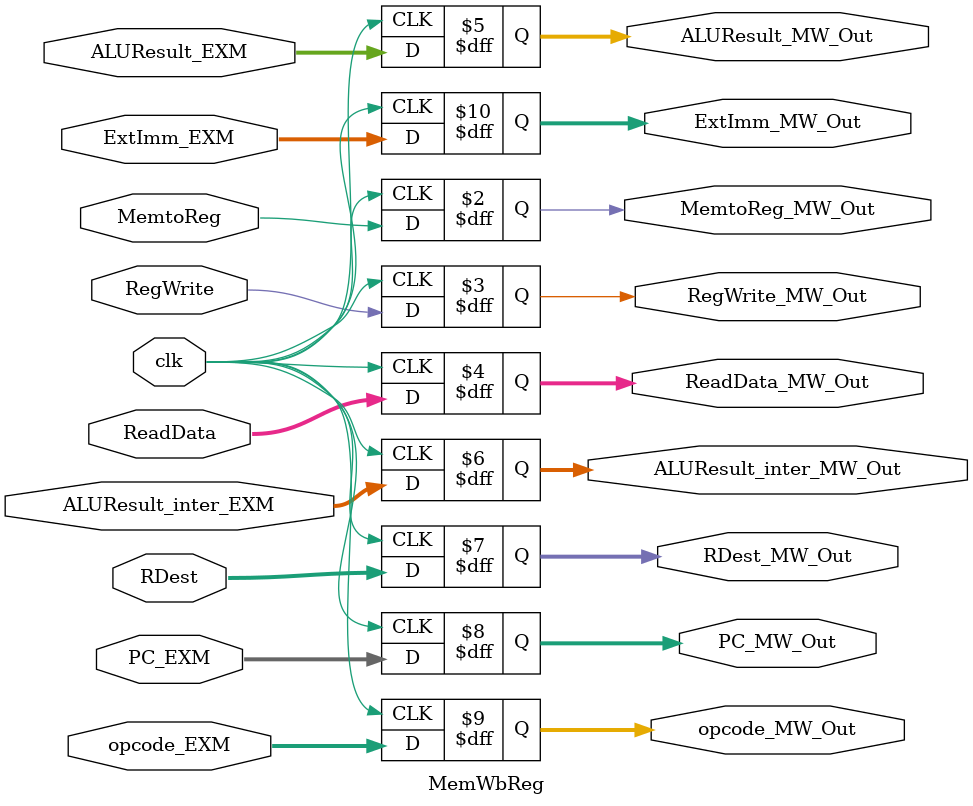
<source format=sv>
`timescale 1ns / 1ps


module MemWbReg #(
    parameter PC_W = 9,
    parameter RF_ADDRESS = 5, // Register File Address
    parameter DATA_W = 32 // Data WriteData
    )(
    input logic clk,
    
    input logic MemtoReg, RegWrite,
    input logic [DATA_W-1:0] ReadData, ALUResult_EXM, ALUResult_inter_EXM,
    input logic [RF_ADDRESS-1:0] RDest,
    input logic [PC_W-1:0] PC_EXM,
    input logic [6:0] opcode_EXM,
    input logic [DATA_W-1:0] ExtImm_EXM,
    
    output logic MemtoReg_MW_Out, RegWrite_MW_Out,
    output logic [DATA_W-1:0] ReadData_MW_Out, ALUResult_MW_Out, ALUResult_inter_MW_Out,
    output logic [RF_ADDRESS-1:0] RDest_MW_Out,
    output logic [PC_W-1:0] PC_MW_Out,
    output logic [6:0] opcode_MW_Out,
    output logic [DATA_W-1:0] ExtImm_MW_Out
    );
    
always @(posedge clk) begin
    MemtoReg_MW_Out <= MemtoReg;
    RegWrite_MW_Out <= RegWrite;
    ReadData_MW_Out <= ReadData;
    ALUResult_MW_Out <= ALUResult_EXM;
    ALUResult_inter_MW_Out <= ALUResult_inter_EXM;
    RDest_MW_Out <= RDest;
    PC_MW_Out <= PC_EXM;
    opcode_MW_Out <= opcode_EXM;
    ExtImm_MW_Out <= ExtImm_EXM;
end
    
//assign MemtoReg_MW_Out = MemtoReg;
//assign RegWrite_MW_Out = RegWrite;
//assign ReadData_MW_Out = ReadData;
//assign ALUResult_MW_Out = ALUResult_EXM;
//assign ALUResult_inter_MW_Out = ALUResult_inter_EXM;
//assign RDest_MW_Out = RDest;
    
endmodule

</source>
